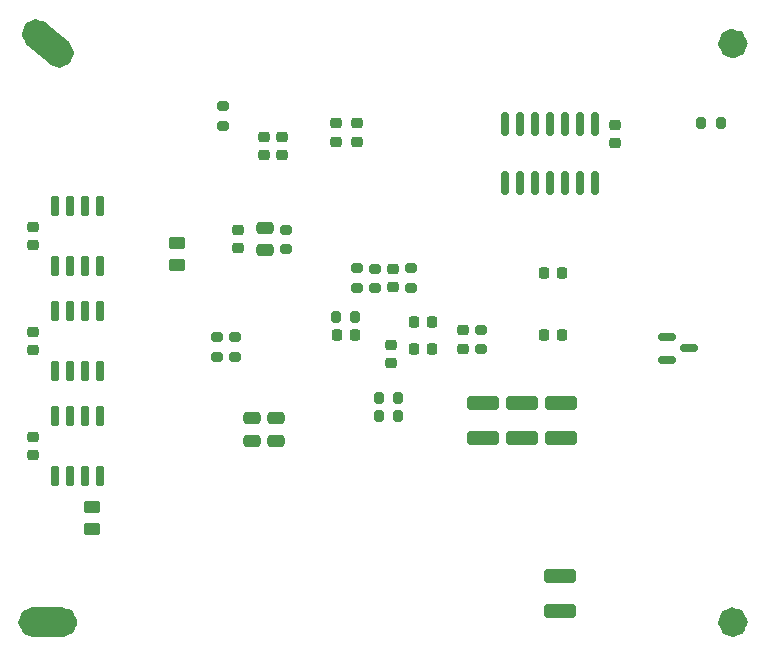
<source format=gbr>
%TF.GenerationSoftware,KiCad,Pcbnew,6.0.9-8da3e8f707~117~ubuntu20.04.1*%
%TF.CreationDate,2022-12-10T16:21:19-08:00*%
%TF.ProjectId,PI-Power-Board,50492d50-6f77-4657-922d-426f6172642e,rev?*%
%TF.SameCoordinates,Original*%
%TF.FileFunction,Paste,Bot*%
%TF.FilePolarity,Positive*%
%FSLAX46Y46*%
G04 Gerber Fmt 4.6, Leading zero omitted, Abs format (unit mm)*
G04 Created by KiCad (PCBNEW 6.0.9-8da3e8f707~117~ubuntu20.04.1) date 2022-12-10 16:21:19*
%MOMM*%
%LPD*%
G01*
G04 APERTURE LIST*
G04 Aperture macros list*
%AMRoundRect*
0 Rectangle with rounded corners*
0 $1 Rounding radius*
0 $2 $3 $4 $5 $6 $7 $8 $9 X,Y pos of 4 corners*
0 Add a 4 corners polygon primitive as box body*
4,1,4,$2,$3,$4,$5,$6,$7,$8,$9,$2,$3,0*
0 Add four circle primitives for the rounded corners*
1,1,$1+$1,$2,$3*
1,1,$1+$1,$4,$5*
1,1,$1+$1,$6,$7*
1,1,$1+$1,$8,$9*
0 Add four rect primitives between the rounded corners*
20,1,$1+$1,$2,$3,$4,$5,0*
20,1,$1+$1,$4,$5,$6,$7,0*
20,1,$1+$1,$6,$7,$8,$9,0*
20,1,$1+$1,$8,$9,$2,$3,0*%
G04 Aperture macros list end*
%ADD10C,1.250000*%
%ADD11RoundRect,0.150000X-0.150000X0.725000X-0.150000X-0.725000X0.150000X-0.725000X0.150000X0.725000X0*%
%ADD12RoundRect,0.250000X-1.100000X0.325000X-1.100000X-0.325000X1.100000X-0.325000X1.100000X0.325000X0*%
%ADD13RoundRect,0.225000X0.250000X-0.225000X0.250000X0.225000X-0.250000X0.225000X-0.250000X-0.225000X0*%
%ADD14RoundRect,0.150000X-0.587500X-0.150000X0.587500X-0.150000X0.587500X0.150000X-0.587500X0.150000X0*%
%ADD15RoundRect,0.200000X-0.275000X0.200000X-0.275000X-0.200000X0.275000X-0.200000X0.275000X0.200000X0*%
%ADD16RoundRect,0.200000X0.275000X-0.200000X0.275000X0.200000X-0.275000X0.200000X-0.275000X-0.200000X0*%
%ADD17RoundRect,0.250000X-0.475000X0.250000X-0.475000X-0.250000X0.475000X-0.250000X0.475000X0.250000X0*%
%ADD18RoundRect,0.225000X-0.250000X0.225000X-0.250000X-0.225000X0.250000X-0.225000X0.250000X0.225000X0*%
%ADD19RoundRect,0.225000X-0.225000X-0.250000X0.225000X-0.250000X0.225000X0.250000X-0.225000X0.250000X0*%
%ADD20RoundRect,0.250000X0.475000X-0.250000X0.475000X0.250000X-0.475000X0.250000X-0.475000X-0.250000X0*%
%ADD21RoundRect,0.225000X0.225000X0.250000X-0.225000X0.250000X-0.225000X-0.250000X0.225000X-0.250000X0*%
%ADD22RoundRect,0.200000X-0.200000X-0.275000X0.200000X-0.275000X0.200000X0.275000X-0.200000X0.275000X0*%
%ADD23RoundRect,0.250000X0.450000X-0.262500X0.450000X0.262500X-0.450000X0.262500X-0.450000X-0.262500X0*%
%ADD24RoundRect,0.150000X0.150000X-0.825000X0.150000X0.825000X-0.150000X0.825000X-0.150000X-0.825000X0*%
%ADD25RoundRect,0.250000X-0.450000X0.262500X-0.450000X-0.262500X0.450000X-0.262500X0.450000X0.262500X0*%
G04 APERTURE END LIST*
%TO.C,H5*%
D10*
X122125000Y-74500000D02*
G75*
G03*
X122125000Y-74500000I-625000J0D01*
G01*
%TO.C,H3*%
G36*
X62250000Y-122250000D02*
G01*
X64750000Y-122250000D01*
X64750000Y-124750000D01*
X62250000Y-124750000D01*
X62250000Y-122250000D01*
G37*
X65375000Y-123500000D02*
G75*
G03*
X65375000Y-123500000I-625000J0D01*
G01*
X62875000Y-123500000D02*
G75*
G03*
X62875000Y-123500000I-625000J0D01*
G01*
%TO.C,H1*%
G36*
X63352077Y-72738433D02*
G01*
X65261567Y-74352077D01*
X63647923Y-76261567D01*
X61738433Y-74647923D01*
X63352077Y-72738433D01*
G37*
X63170255Y-73693178D02*
G75*
G03*
X63170255Y-73693178I-625000J0D01*
G01*
X65079745Y-75306822D02*
G75*
G03*
X65079745Y-75306822I-625000J0D01*
G01*
%TO.C,H7*%
X122125000Y-123500000D02*
G75*
G03*
X122125000Y-123500000I-625000J0D01*
G01*
%TD*%
D11*
%TO.C,U9*%
X64135000Y-97120000D03*
X65405000Y-97120000D03*
X66675000Y-97120000D03*
X67945000Y-97120000D03*
X67945000Y-102270000D03*
X66675000Y-102270000D03*
X65405000Y-102270000D03*
X64135000Y-102270000D03*
%TD*%
D12*
%TO.C,C32*%
X106934000Y-104951000D03*
X106934000Y-107901000D03*
%TD*%
D13*
%TO.C,C23*%
X92710000Y-95162000D03*
X92710000Y-93612000D03*
%TD*%
D12*
%TO.C,C38*%
X106857800Y-119606800D03*
X106857800Y-122556800D03*
%TD*%
D14*
%TO.C,D7*%
X115902500Y-101280000D03*
X115902500Y-99380000D03*
X117777500Y-100330000D03*
%TD*%
D13*
%TO.C,C31*%
X92583000Y-101587600D03*
X92583000Y-100037600D03*
%TD*%
D12*
%TO.C,C33*%
X103632000Y-104951000D03*
X103632000Y-107901000D03*
%TD*%
D15*
%TO.C,R18*%
X78359000Y-79820000D03*
X78359000Y-81470000D03*
%TD*%
D16*
%TO.C,R22*%
X94234000Y-95199000D03*
X94234000Y-93549000D03*
%TD*%
D17*
%TO.C,C20*%
X81915000Y-90109000D03*
X81915000Y-92009000D03*
%TD*%
D18*
%TO.C,C17*%
X83312000Y-82410000D03*
X83312000Y-83960000D03*
%TD*%
D19*
%TO.C,C26*%
X87947200Y-99200000D03*
X89497200Y-99200000D03*
%TD*%
D18*
%TO.C,C40*%
X87884000Y-81267000D03*
X87884000Y-82817000D03*
%TD*%
D11*
%TO.C,U8*%
X64135000Y-88230000D03*
X65405000Y-88230000D03*
X66675000Y-88230000D03*
X67945000Y-88230000D03*
X67945000Y-93380000D03*
X66675000Y-93380000D03*
X65405000Y-93380000D03*
X64135000Y-93380000D03*
%TD*%
D18*
%TO.C,C39*%
X89662000Y-81267000D03*
X89662000Y-82817000D03*
%TD*%
D20*
%TO.C,C35*%
X82804000Y-108138000D03*
X82804000Y-106238000D03*
%TD*%
D21*
%TO.C,C24*%
X96025000Y-98057000D03*
X94475000Y-98057000D03*
%TD*%
D19*
%TO.C,C22*%
X105524000Y-93980000D03*
X107074000Y-93980000D03*
%TD*%
D22*
%TO.C,R19*%
X118812000Y-81280000D03*
X120462000Y-81280000D03*
%TD*%
D13*
%TO.C,C27*%
X98679000Y-100356000D03*
X98679000Y-98806000D03*
%TD*%
D21*
%TO.C,C29*%
X96025000Y-100406200D03*
X94475000Y-100406200D03*
%TD*%
D16*
%TO.C,R24*%
X89662000Y-95199000D03*
X89662000Y-93549000D03*
%TD*%
D18*
%TO.C,C28*%
X62230000Y-98920000D03*
X62230000Y-100470000D03*
%TD*%
%TO.C,C16*%
X111506000Y-81394000D03*
X111506000Y-82944000D03*
%TD*%
%TO.C,C37*%
X62230000Y-107810000D03*
X62230000Y-109360000D03*
%TD*%
D16*
%TO.C,R28*%
X77851000Y-101028000D03*
X77851000Y-99378000D03*
%TD*%
D18*
%TO.C,C21*%
X79629000Y-90284000D03*
X79629000Y-91834000D03*
%TD*%
D20*
%TO.C,C36*%
X80772000Y-108138000D03*
X80772000Y-106238000D03*
%TD*%
D22*
%TO.C,R25*%
X87897200Y-97676000D03*
X89547200Y-97676000D03*
%TD*%
D16*
%TO.C,R26*%
X100203000Y-100406000D03*
X100203000Y-98756000D03*
%TD*%
D15*
%TO.C,R27*%
X79375000Y-99378000D03*
X79375000Y-101028000D03*
%TD*%
D18*
%TO.C,C18*%
X81788000Y-82410000D03*
X81788000Y-83960000D03*
%TD*%
D22*
%TO.C,R30*%
X91504000Y-106058000D03*
X93154000Y-106058000D03*
%TD*%
D23*
%TO.C,R31*%
X67286500Y-115593500D03*
X67286500Y-113768500D03*
%TD*%
D22*
%TO.C,R29*%
X91504000Y-104534000D03*
X93154000Y-104534000D03*
%TD*%
D15*
%TO.C,R20*%
X83693000Y-90295000D03*
X83693000Y-91945000D03*
%TD*%
D11*
%TO.C,U10*%
X64135000Y-106010000D03*
X65405000Y-106010000D03*
X66675000Y-106010000D03*
X67945000Y-106010000D03*
X67945000Y-111160000D03*
X66675000Y-111160000D03*
X65405000Y-111160000D03*
X64135000Y-111160000D03*
%TD*%
D12*
%TO.C,C34*%
X100330000Y-104951000D03*
X100330000Y-107901000D03*
%TD*%
D19*
%TO.C,C25*%
X105524000Y-99187000D03*
X107074000Y-99187000D03*
%TD*%
D15*
%TO.C,R23*%
X91186000Y-93562000D03*
X91186000Y-95212000D03*
%TD*%
D24*
%TO.C,U7*%
X109855000Y-86295000D03*
X108585000Y-86295000D03*
X107315000Y-86295000D03*
X106045000Y-86295000D03*
X104775000Y-86295000D03*
X103505000Y-86295000D03*
X102235000Y-86295000D03*
X102235000Y-81345000D03*
X103505000Y-81345000D03*
X104775000Y-81345000D03*
X106045000Y-81345000D03*
X107315000Y-81345000D03*
X108585000Y-81345000D03*
X109855000Y-81345000D03*
%TD*%
D25*
%TO.C,R21*%
X74422000Y-91416500D03*
X74422000Y-93241500D03*
%TD*%
D18*
%TO.C,C19*%
X62230000Y-90030000D03*
X62230000Y-91580000D03*
%TD*%
M02*

</source>
